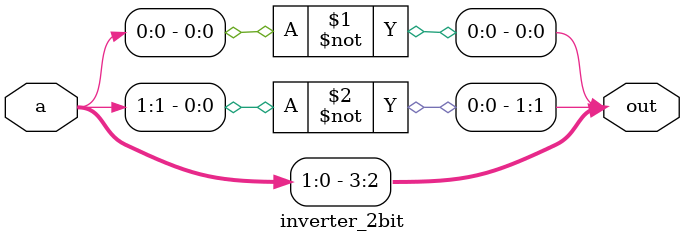
<source format=v>
/*--  *******************************************************
--  Computer Architecture Course, Laboratory Sources 
--  Amirkabir University of Technology (Tehran Polytechnic)
--  Department of Computer Engineering (CE-AUT)
--  https://ce[dot]aut[dot]ac[dot]ir
--  *******************************************************
--  All Rights reserved (C) 2019-2020
--  *******************************************************
--  Student ID  : 9829039	
--  Student Name: Pouya Mohammadi
--  Student Mail: pouyamohammadyirbu@gmail.com
--  *******************************************************
--  Additional Comments:
--
--	Teamate information:
--	Mehran Aksari
--	9831007
--*/

/*-----------------------------------------------------------
---  Module Name: Two bit Not ---> 4bit output
---  Description: Lab 08
-----------------------------------------------------------*/
`timescale 1 ns/1 ns

module inverter_2bit (
	input [1:0] a,
	output [3:0] out
);

    // nand gates
    not nG0(out[0], a[0]);
    not nG1(out[1], a[1]);

    // assing useless wires to a
    assign out[2] = a[0];
    assign out[3] = a[1];

endmodule

</source>
